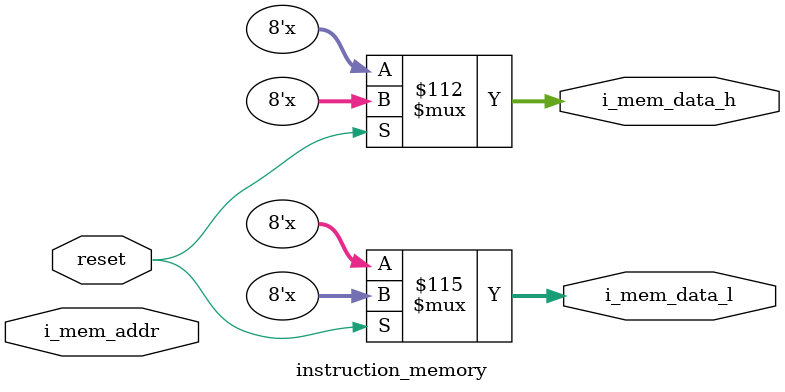
<source format=v>
module instruction_memory(reset,i_mem_addr,i_mem_data_l,i_mem_data_h);
input [15:0]i_mem_addr;
input reset;
output reg [7:0]i_mem_data_l,i_mem_data_h;
reg [15:0] i_mem[100:0];

reg [15:0]i_mem_inter;

initial
begin
	i_mem[0]=16'b0001_011_100_001_0_10;  // R1=R3+R4 ADC -> no write back will happen since there is no carry initially, R1 will remain same
	i_mem[1]=16'b0001_110_111_010_0_00;  //R2=R6+R7 ADA -> result = 0 , carry generated
	i_mem[2]=16'b0001_011_110_101_0_10;  //R5=R3+R6 ADC
	i_mem[3]=16'b0001_100_111_001_0_00;  //R1=R4+R7 ADA
	
	i_mem[4]=16'b0001_011_111_010_0_01;  //R2=R3+R7 ADZ	
	i_mem[5]=16'b0001_100_110_101_0_00;  //R5=R4+R6 ADA 	
	i_mem[6]=16'b0001_011_011_001_1_10;  //R1=R3+R3 ACC	
	i_mem[7]=16'b0001_100_100_010_1_01;  //R2=R4+R4 ACZ	
//	
   i_mem[8]=16'b1001_011_100_000110;    //BLT R3<R4 IMM=4 == satisfy -> br addr = 16 + 6*2 = 28
//	
	i_mem[9]=16'b0001_110_110_101_0_00;  //R5=R6+R6 ADA flushed
	i_mem[10]=16'b0001_111_111_001_0_00;  //R1=R7+R7 ADA flushed
	i_mem[11]=16'b0001_110_111_001_0_11; //R1=R6+R7 AWC flushed
	i_mem[12]=16'b0001_011_110_010_0_00; //R2=R3+R6 ADA //not exec because of branch
 
	i_mem[13]=16'b0001_100_111_101_1_11; //R5=R4+R7 ACW	//not exec not exec because of branch
	i_mem[14]=16'b0001_100_110_010_0_00; //R2=R4+R6 ADA 	-- branch will come here and store result as 32772 in r2
	
	
	i_mem[15]=16'b0011_001_000_000_0_01; // LLI imm = 1 write addr = r1
	i_mem[16]=16'b0011_010_000_000_0_10; // LLI imm = 2 write addr = r2
	i_mem[17]=16'b0011_011_000_000_011; // LLI imm = 3 write addr = r3
	i_mem[18]=16'b0011_100_000_000_100; // LLI imm = 4 write addr = r4
	i_mem[19]=16'b0011_101_000_000_101; // LLI imm = 5 write addr = r5
	
	//immediated data dependency
	i_mem[20]=16'b0001_010_001_101_0_00; // r5 = r2 + r1  - r5 = 2 + 1 = 3
	i_mem[21]=16'b0001_101_001_100_0_00; // r4 = r5 + r1  - r4 = 3 + 1 = 4 note : 5 + 1 = 6 is incorrect
	
	
	i_mem[22]=16'b0011_001_000_000_0_01; // LLI imm = 1 write addr = r1
	i_mem[23]=16'b0011_010_000_000_0_10; // LLI imm = 2 write addr = r2
	i_mem[24]=16'b0011_011_000_000_011; // LLI imm = 3 write addr = r3
	i_mem[25]=16'b0011_100_000_000_100; // LLI imm = 4 write addr = r4
	i_mem[26]=16'b0011_101_000_000_101; // LLI imm = 5 write addr = r5
	i_mem[27]=16'b0010_101_110_011_1_00; //NCU when coomp=1
	i_mem[28]=16'b0010_100_101_110_0_01; //NDZ
	i_mem[29]=16'b0010_100_101_110_0_00;//NDU now r5 updated value of inst2 is used here
	i_mem[30]=16'b0100_010_001_000_1_11; // LW imm = 7 rb = 1  read_data= dmem [8] wa = 2
	i_mem[31]=16'b0101_011_001_000_1_01; // sW data from ra = 3 to dmem[rb + imm]
	i_mem[32]=16'b1101_011_100_000110;	   // JLR : pc = rb =4 , r3 <= pc +2
//	i_mem[32]=16'b1111_010_000000000;		//JRI
	i_mem[33]=16'b0001_110_110_101_0_00;  //R5=R6+R6 ADA flushed
	i_mem[34]=16'b0001_111_111_001_0_00;  //R1=R7+R7 ADA flushed

	//below instruction can be uncommented if some mechanism is to be tested
		//1 cycle later dependency
//	i_mem[0]=16'b0001_010_001_101_0_00; // r5 = r2 + r1  - r5 = 2 + 1 = 3
//	i_mem[1]=16'b0001_010_011_011_0_00;	// r3 = r2 + r3 = 2 + 3 =5
//	i_mem[2]=16'b0001_101_010_100_0_00; // r4 = r5 + r2  - r4 = 3 + 2 = 5 note : 5 + 1 = 6 is incorrect	

//		//2 cycle later dependency
//	i_mem[0]=16'b0001_010_001_101_0_00; // r5 = r2 + r1  - r5 = 2 + 1 = 3
//	i_mem[1]=16'b0001_010_011_011_0_00;	// r3 = r2 + r3 = 2 + 3 =5
//	i_mem[2]=16'b0001_110_010_111_0_00; // r7 = 6 + 2 = 8
//	i_mem[3]=16'b0001_101_001_100_0_00; // r4 = r5 + r1  - r4 = 3 + 1 = 4 note : 5 + 1 = 6 is incorrect
	
			//3 cycle later dependency
//	i_mem[0]=16'b0001_010_001_101_0_00; // r5 = r2 + r1  - r5 = 2 + 1 = 3
//	i_mem[1]=16'b0001_010_011_011_0_00;	// r3 = r2 + r3 = 2 + 3 =5
//	i_mem[2]=16'b0001_110_010_111_0_00; // r7 = 6 + 2 = 8
//	i_mem[3]=16'b0001_011_010_111_0_00; // r7 = 3 + 2 = 5
//	i_mem[4]=16'b0001_101_001_100_0_00; // r4 = r5 + r1  - r4 = 3 + 1 = 4 note : 5 + 1 = 6 is incorrect

// Branch and jump instruction check
	//i_mem[4]=16'b1000_010_010_000110;	// beq 2 = 2
	//i_mem[4]=16'b1001_010_011_000110;	// blt 2 < 3
	//i_mem[4]=16'b1010_010_011_000110;	// blt 2 < 3
	//i_mem[4]=16'b1100_010_000000110;	   // JAL : pc = pc + imm *2  , r2 <= pc +2 
	//i_mem[4]=16'b1101_011_110_000110;	   // JLR : pc = rb =20 , r3 <= pc +2
	//i_mem[4]=16'b1111_010_000000110;		//JRI

end

always@(*)
begin

		if(reset==1'b1)
	   begin
		  i_mem_inter<=16'dz;
		  i_mem_data_l<=8'dz;
		  i_mem_data_h<=8'dz;
		end
		else
		begin
					i_mem_inter<=i_mem[i_mem_addr/2];
					i_mem_data_h<=i_mem_inter[15:8];
		
					i_mem_data_l<=i_mem_inter[7:0];

		end
	
end



endmodule

</source>
